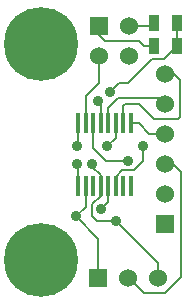
<source format=gtl>
G04 (created by PCBNEW (2013-04-19 BZR 4011)-stable) date 16/10/2013 10:05:19*
%MOIN*%
G04 Gerber Fmt 3.4, Leading zero omitted, Abs format*
%FSLAX34Y34*%
G01*
G70*
G90*
G04 APERTURE LIST*
%ADD10C,2.3622e-006*%
%ADD11R,0.035X0.055*%
%ADD12C,0.2461*%
%ADD13R,0.06X0.06*%
%ADD14C,0.06*%
%ADD15R,0.016X0.065*%
%ADD16C,0.035*%
%ADD17C,0.008*%
G04 APERTURE END LIST*
G54D10*
G54D11*
X64415Y-36570D03*
X63665Y-36570D03*
X64405Y-35790D03*
X63655Y-35790D03*
G54D12*
X59900Y-36500D03*
X59900Y-43700D03*
G54D13*
X61800Y-44300D03*
G54D14*
X62800Y-44300D03*
X63800Y-44300D03*
G54D13*
X64010Y-42500D03*
G54D14*
X64010Y-41500D03*
X64010Y-40500D03*
X64010Y-39500D03*
X64010Y-38500D03*
X64010Y-37500D03*
G54D13*
X61810Y-35900D03*
G54D14*
X61810Y-36900D03*
X62810Y-35900D03*
X62810Y-36900D03*
G54D15*
X62125Y-39150D03*
X61875Y-39150D03*
X61625Y-39150D03*
X61375Y-39150D03*
X62875Y-41250D03*
X62875Y-39150D03*
X62625Y-39150D03*
X62375Y-39150D03*
X61125Y-41250D03*
X61375Y-41250D03*
X61625Y-41250D03*
X61875Y-41250D03*
X62125Y-41250D03*
X62375Y-41250D03*
X61125Y-39150D03*
X62625Y-41250D03*
G54D16*
X62100Y-39900D03*
X61050Y-42250D03*
X62200Y-38100D03*
X62400Y-42400D03*
X61600Y-40500D03*
X62800Y-40400D03*
X61100Y-40500D03*
X61100Y-39900D03*
X63300Y-39900D03*
X61900Y-42000D03*
X61800Y-38400D03*
G54D17*
X61800Y-44300D02*
X61800Y-43000D01*
X61800Y-43000D02*
X61050Y-42250D01*
X62375Y-39625D02*
X62100Y-39900D01*
X62375Y-39625D02*
X62375Y-39150D01*
X61375Y-41250D02*
X61375Y-41925D01*
X61375Y-41925D02*
X61050Y-42250D01*
X63985Y-37000D02*
X64415Y-36570D01*
X63600Y-37000D02*
X63985Y-37000D01*
X62800Y-37800D02*
X63600Y-37000D01*
X62500Y-37800D02*
X62800Y-37800D01*
X62200Y-38100D02*
X62500Y-37800D01*
X63800Y-44300D02*
X63800Y-43800D01*
X63800Y-43800D02*
X62400Y-42400D01*
X61875Y-41250D02*
X61875Y-41575D01*
X61750Y-42400D02*
X62400Y-42400D01*
X61600Y-42250D02*
X61750Y-42400D01*
X61600Y-41850D02*
X61600Y-42250D01*
X61875Y-41575D02*
X61600Y-41850D01*
X61875Y-41250D02*
X61875Y-40875D01*
X61600Y-40600D02*
X61600Y-40500D01*
X61875Y-40875D02*
X61600Y-40600D01*
X64415Y-36570D02*
X64415Y-35800D01*
X64415Y-35800D02*
X64405Y-35790D01*
X62800Y-40400D02*
X62040Y-40400D01*
X61625Y-39985D02*
X61625Y-39150D01*
X62040Y-40400D02*
X61625Y-39985D01*
X61125Y-40525D02*
X61125Y-41250D01*
X61100Y-40500D02*
X61125Y-40525D01*
X61125Y-39875D02*
X61125Y-39150D01*
X61100Y-39900D02*
X61125Y-39875D01*
X63665Y-36570D02*
X63320Y-36570D01*
X61810Y-36190D02*
X61810Y-35900D01*
X62020Y-36400D02*
X61810Y-36190D01*
X63150Y-36400D02*
X62020Y-36400D01*
X63320Y-36570D02*
X63150Y-36400D01*
X62810Y-35900D02*
X63545Y-35900D01*
X63545Y-35900D02*
X63655Y-35790D01*
X63100Y-38500D02*
X63170Y-38500D01*
X64320Y-37500D02*
X64010Y-37500D01*
X64520Y-37700D02*
X64320Y-37500D01*
X64520Y-38930D02*
X64520Y-37700D01*
X64450Y-39000D02*
X64520Y-38930D01*
X63670Y-39000D02*
X64450Y-39000D01*
X63170Y-38500D02*
X63670Y-39000D01*
X62625Y-39150D02*
X62625Y-38575D01*
X62625Y-38575D02*
X62700Y-38500D01*
X62700Y-38500D02*
X63100Y-38500D01*
X62125Y-39150D02*
X62125Y-38625D01*
X63810Y-38300D02*
X64010Y-38500D01*
X62450Y-38300D02*
X63810Y-38300D01*
X62125Y-38625D02*
X62450Y-38300D01*
X62375Y-41250D02*
X62375Y-40925D01*
X62375Y-40925D02*
X62600Y-40700D01*
X63300Y-40400D02*
X63300Y-39900D01*
X63000Y-40700D02*
X63300Y-40400D01*
X62600Y-40700D02*
X63000Y-40700D01*
X62875Y-39150D02*
X63150Y-39150D01*
X63500Y-39500D02*
X64010Y-39500D01*
X63150Y-39150D02*
X63500Y-39500D01*
X63985Y-39485D02*
X64000Y-39500D01*
X61375Y-39150D02*
X61375Y-38225D01*
X61810Y-37790D02*
X61810Y-36900D01*
X61375Y-38225D02*
X61810Y-37790D01*
X62800Y-44300D02*
X62810Y-44300D01*
X64290Y-40500D02*
X64010Y-40500D01*
X64550Y-40760D02*
X64290Y-40500D01*
X64550Y-44270D02*
X64550Y-40760D01*
X64010Y-44810D02*
X64550Y-44270D01*
X63320Y-44810D02*
X64010Y-44810D01*
X62810Y-44300D02*
X63320Y-44810D01*
X62125Y-41250D02*
X62125Y-41775D01*
X62125Y-41775D02*
X61900Y-42000D01*
X61875Y-39150D02*
X61875Y-38475D01*
X61875Y-38475D02*
X61800Y-38400D01*
M02*

</source>
